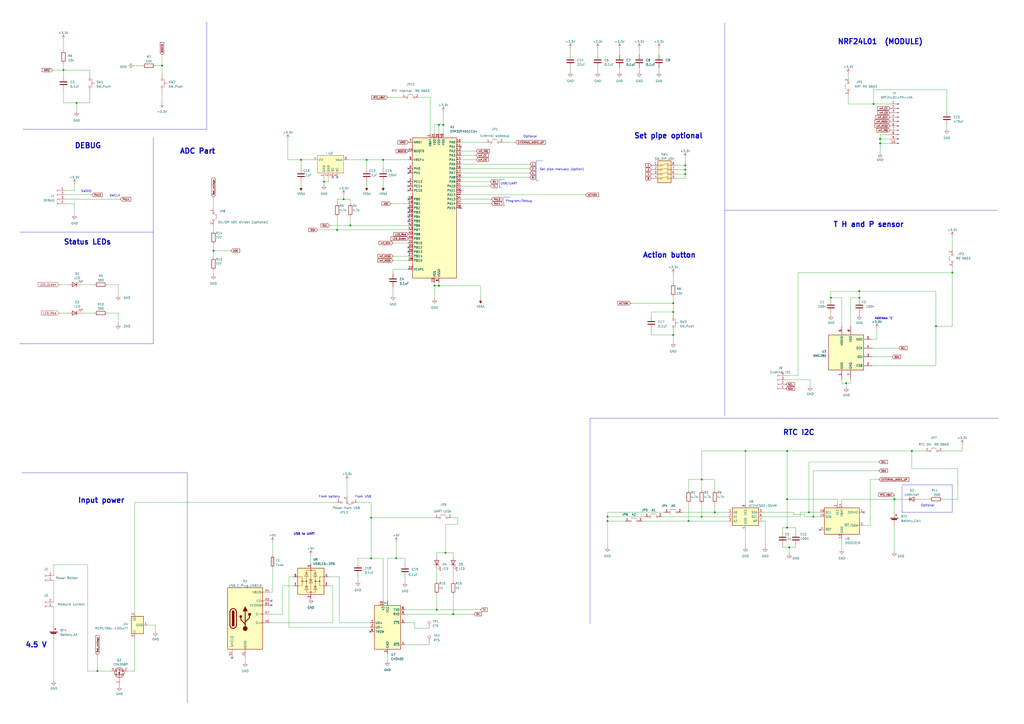
<source format=kicad_sch>
(kicad_sch (version 20230121) (generator eeschema)
  (paper "A2")
  (junction (at 203.2 130.81))
  (junction (at 187.96 105.41))
  (junction (at 195.58 133.35))
  (junction (at 199.39 115.57))
  (junction (at 397.51 100.965))
  (junction (at 414.655 297.18))
  (junction (at 254.635 72.39))
  (junction (at 397.51 95.885))
  (junction (at 456.565 306.07))
  (junction (at 469.265 297.18))
  (junction (at 518.795 289.56))
  (junction (at 174.625 92.71))
  (junction (at 212.725 92.71))
  (junction (at 390.525 180.975))
  (junction (at 93.98 38.1))
  (junction (at 528.955 261.62))
  (junction (at 222.25 92.71))
  (junction (at 456.565 261.62))
  (junction (at 252.095 165.735))
  (junction (at 229.87 323.85))
  (junction (at 123.825 145.415))
  (junction (at 399.415 302.26))
  (junction (at 490.855 222.25))
  (junction (at 457.835 317.5))
  (junction (at 262.89 356.235))
  (junction (at 481.965 172.72))
  (junction (at 352.425 299.72))
  (junction (at 36.83 40.64))
  (junction (at 510.54 80.645))
  (junction (at 456.565 289.56))
  (junction (at 432.435 261.62))
  (junction (at 215.265 323.85))
  (junction (at 510.54 83.185))
  (junction (at 471.805 299.72))
  (junction (at 542.925 189.23))
  (junction (at 397.51 98.425))
  (junction (at 407.035 278.13))
  (junction (at 44.45 59.69))
  (junction (at 257.175 72.39))
  (junction (at 352.425 302.26))
  (junction (at 552.45 158.115))
  (junction (at 407.035 299.72))
  (junction (at 56.515 389.255))
  (junction (at 498.475 168.91))
  (junction (at 498.475 172.72))
  (junction (at 258.445 320.675))
  (junction (at 390.525 194.31))
  (junction (at 390.525 175.895))
  (junction (at 254.635 165.735))
  (junction (at 253.365 353.695))
  (junction (at 215.265 300.355))
  (junction (at 506.73 60.325))
  (no_connect (at 236.855 128.27))
  (no_connect (at 267.335 110.49))
  (no_connect (at 267.335 120.65))
  (no_connect (at 195.58 102.87))
  (no_connect (at 134.62 381.635))
  (no_connect (at 236.855 125.73))
  (no_connect (at 236.855 97.79))
  (no_connect (at 501.015 297.18))
  (no_connect (at 214.63 366.395))
  (no_connect (at 236.855 120.65))
  (no_connect (at 236.855 123.19))
  (no_connect (at 267.335 85.09))
  (no_connect (at 236.855 100.33))
  (no_connect (at 236.855 107.95))
  (no_connect (at 157.48 348.615))
  (no_connect (at 236.855 146.05))
  (no_connect (at 475.615 307.34))
  (no_connect (at 236.855 143.51))
  (no_connect (at 236.855 105.41))
  (no_connect (at 236.855 115.57))
  (no_connect (at 236.855 110.49))
  (no_connect (at 193.04 102.87))
  (no_connect (at 157.48 351.155))
  (wire (pts (xy 464.185 297.18) (xy 469.265 297.18)))
  (wire (pts (xy 195.58 118.11) (xy 195.58 115.57)))
  (wire (pts (xy 461.645 306.07) (xy 461.645 308.61)))
  (polyline (pts (xy 420.37 121.92) (xy 578.485 121.92)))
  (wire (pts (xy 370.84 27.94) (xy 370.84 31.75)))
  (wire (pts (xy 123.825 114.3) (xy 123.825 120.65)))
  (wire (pts (xy 528.955 261.62) (xy 536.575 261.62)))
  (wire (pts (xy 555.625 289.56) (xy 555.625 271.78)))
  (wire (pts (xy 43.18 110.49) (xy 38.1 110.49)))
  (wire (pts (xy 158.115 329.565) (xy 158.115 343.535)))
  (polyline (pts (xy 292.735 104.14) (xy 289.56 104.14)))
  (wire (pts (xy 195.58 133.35) (xy 236.855 133.35)))
  (wire (pts (xy 252.095 165.735) (xy 254.635 165.735)))
  (wire (pts (xy 224.79 383.54) (xy 224.79 379.095)))
  (wire (pts (xy 471.805 299.72) (xy 475.615 299.72)))
  (wire (pts (xy 365.76 175.895) (xy 390.525 175.895)))
  (wire (pts (xy 454.025 306.07) (xy 456.565 306.07)))
  (wire (pts (xy 93.98 53.34) (xy 93.98 59.69)))
  (wire (pts (xy 285.115 118.11) (xy 267.335 118.11)))
  (wire (pts (xy 52.07 53.34) (xy 52.07 59.69)))
  (wire (pts (xy 52.07 59.69) (xy 44.45 59.69)))
  (wire (pts (xy 44.45 59.69) (xy 36.83 59.69)))
  (polyline (pts (xy 88.9 134.62) (xy 88.9 80.01)))
  (wire (pts (xy 390.525 158.75) (xy 390.525 164.465)))
  (wire (pts (xy 262.255 300.355) (xy 265.43 300.355)))
  (wire (pts (xy 276.225 87.63) (xy 267.335 87.63)))
  (wire (pts (xy 54.61 181.61) (xy 46.99 181.61)))
  (wire (pts (xy 552.45 158.115) (xy 552.45 189.23)))
  (polyline (pts (xy 523.24 281.94) (xy 523.24 297.18)))
  (wire (pts (xy 414.655 297.18) (xy 422.275 297.18)))
  (wire (pts (xy 504.825 278.13) (xy 509.905 278.13)))
  (wire (pts (xy 262.89 356.235) (xy 274.955 356.235)))
  (wire (pts (xy 93.98 38.1) (xy 93.98 43.18)))
  (wire (pts (xy 506.095 201.93) (xy 521.335 201.93)))
  (wire (pts (xy 240.665 364.49) (xy 248.92 364.49)))
  (wire (pts (xy 262.89 344.805) (xy 262.89 356.235)))
  (polyline (pts (xy 292.1 119.38) (xy 292.735 119.38)))
  (wire (pts (xy 549.275 74.93) (xy 549.275 72.39)))
  (wire (pts (xy 215.265 291.465) (xy 207.645 291.465)))
  (wire (pts (xy 227.965 151.13) (xy 236.855 151.13)))
  (wire (pts (xy 432.435 261.62) (xy 432.435 292.1)))
  (polyline (pts (xy 427.355 242.57) (xy 563.245 242.57)))
  (wire (pts (xy 195.58 115.57) (xy 199.39 115.57)))
  (wire (pts (xy 352.425 299.72) (xy 374.015 299.72)))
  (wire (pts (xy 552.45 154.94) (xy 552.45 158.115)))
  (wire (pts (xy 506.095 196.85) (xy 508.635 196.85)))
  (wire (pts (xy 36.83 59.69) (xy 36.83 52.07)))
  (polyline (pts (xy 11.43 199.39) (xy 88.9 199.39)))
  (wire (pts (xy 167.64 363.855) (xy 214.63 363.855)))
  (wire (pts (xy 123.825 145.415) (xy 123.825 141.605)))
  (wire (pts (xy 56.515 389.255) (xy 64.135 389.255)))
  (wire (pts (xy 163.83 356.235) (xy 163.83 339.725)))
  (wire (pts (xy 488.315 172.72) (xy 488.315 189.23)))
  (wire (pts (xy 307.34 100.33) (xy 267.335 100.33)))
  (polyline (pts (xy 292.1 114.3) (xy 292.1 119.38)))
  (wire (pts (xy 346.71 41.91) (xy 346.71 39.37)))
  (wire (pts (xy 510.54 80.645) (xy 510.54 83.185)))
  (wire (pts (xy 393.065 103.505) (xy 397.51 103.505)))
  (wire (pts (xy 498.475 168.91) (xy 498.475 172.72)))
  (wire (pts (xy 167.005 80.645) (xy 167.005 92.71)))
  (wire (pts (xy 397.51 95.885) (xy 397.51 91.44)))
  (wire (pts (xy 471.805 273.05) (xy 509.905 273.05)))
  (wire (pts (xy 442.595 299.72) (xy 464.185 299.72)))
  (wire (pts (xy 222.25 97.79) (xy 222.25 92.71)))
  (wire (pts (xy 68.58 181.61) (xy 68.58 187.96)))
  (wire (pts (xy 224.79 348.615) (xy 224.79 323.85)))
  (wire (pts (xy 253.365 322.58) (xy 253.365 320.675)))
  (wire (pts (xy 510.54 83.185) (xy 516.255 83.185)))
  (wire (pts (xy 390.525 180.975) (xy 390.525 182.245)))
  (wire (pts (xy 38.1 113.03) (xy 53.34 113.03)))
  (wire (pts (xy 397.51 98.425) (xy 397.51 100.965)))
  (wire (pts (xy 307.34 95.25) (xy 267.335 95.25)))
  (wire (pts (xy 227.965 156.21) (xy 227.965 158.75)))
  (wire (pts (xy 31.115 327.66) (xy 50.8 327.66)))
  (polyline (pts (xy 552.45 297.18) (xy 552.45 281.305)))
  (polyline (pts (xy 108.585 407.67) (xy 108.585 274.32)))
  (wire (pts (xy 518.795 289.56) (xy 518.795 297.18)))
  (wire (pts (xy 227.965 171.45) (xy 227.965 166.37)))
  (wire (pts (xy 407.035 278.13) (xy 407.035 284.48)))
  (wire (pts (xy 227.965 140.97) (xy 236.855 140.97)))
  (wire (pts (xy 330.835 41.91) (xy 330.835 39.37)))
  (wire (pts (xy 191.135 130.81) (xy 203.2 130.81)))
  (wire (pts (xy 542.925 168.91) (xy 542.925 189.23)))
  (polyline (pts (xy 12.7 274.32) (xy 108.585 274.32)))
  (wire (pts (xy 224.79 323.85) (xy 229.87 323.85)))
  (wire (pts (xy 254.635 72.39) (xy 257.175 72.39)))
  (wire (pts (xy 469.265 297.18) (xy 475.615 297.18)))
  (wire (pts (xy 262.89 320.675) (xy 262.89 322.58)))
  (wire (pts (xy 498.475 173.99) (xy 498.475 172.72)))
  (wire (pts (xy 292.1 82.55) (xy 299.085 82.55)))
  (wire (pts (xy 187.96 102.87) (xy 187.96 105.41)))
  (wire (pts (xy 252.095 163.83) (xy 252.095 165.735)))
  (wire (pts (xy 399.415 302.26) (xy 422.275 302.26)))
  (wire (pts (xy 50.8 389.255) (xy 56.515 389.255)))
  (wire (pts (xy 234.95 374.015) (xy 248.92 374.015)))
  (wire (pts (xy 36.83 40.64) (xy 36.83 44.45)))
  (wire (pts (xy 508.635 196.85) (xy 508.635 190.5)))
  (wire (pts (xy 488.315 222.25) (xy 490.855 222.25)))
  (wire (pts (xy 469.265 297.18) (xy 469.265 267.97)))
  (wire (pts (xy 454.025 317.5) (xy 454.025 316.23)))
  (polyline (pts (xy 13.335 74.93) (xy 120.015 74.93)))
  (wire (pts (xy 78.105 291.465) (xy 194.945 291.465)))
  (wire (pts (xy 215.265 291.465) (xy 215.265 300.355)))
  (wire (pts (xy 528.955 271.78) (xy 528.955 261.62)))
  (wire (pts (xy 397.51 100.965) (xy 393.065 100.965)))
  (wire (pts (xy 196.85 361.315) (xy 214.63 361.315)))
  (wire (pts (xy 460.375 297.18) (xy 460.375 298.45)))
  (wire (pts (xy 466.725 298.45) (xy 466.725 299.72)))
  (wire (pts (xy 240.665 361.315) (xy 240.665 364.49)))
  (wire (pts (xy 187.96 105.41) (xy 187.96 107.315)))
  (wire (pts (xy 227.965 148.59) (xy 236.855 148.59)))
  (wire (pts (xy 359.41 27.94) (xy 359.41 31.75)))
  (wire (pts (xy 407.035 278.13) (xy 414.655 278.13)))
  (wire (pts (xy 466.725 299.72) (xy 471.805 299.72)))
  (wire (pts (xy 549.275 52.07) (xy 506.73 52.07)))
  (wire (pts (xy 90.17 38.1) (xy 93.98 38.1)))
  (wire (pts (xy 471.805 299.72) (xy 471.805 273.05)))
  (wire (pts (xy 510.54 78.105) (xy 510.54 80.645)))
  (wire (pts (xy 78.105 291.465) (xy 78.105 354.965)))
  (wire (pts (xy 174.625 92.71) (xy 181.61 92.71)))
  (wire (pts (xy 252.095 77.47) (xy 252.095 72.39)))
  (polyline (pts (xy 311.15 93.345) (xy 311.15 104.775)))
  (wire (pts (xy 54.61 165.1) (xy 46.99 165.1)))
  (wire (pts (xy 492.125 60.325) (xy 492.125 55.245)))
  (wire (pts (xy 36.83 22.86) (xy 36.83 29.21)))
  (wire (pts (xy 31.115 327.66) (xy 31.115 334.01)))
  (wire (pts (xy 142.24 381.635) (xy 142.24 384.175)))
  (wire (pts (xy 234.95 327.025) (xy 234.95 323.85)))
  (wire (pts (xy 555.625 271.78) (xy 528.955 271.78)))
  (polyline (pts (xy 420.37 13.335) (xy 420.37 241.3)))
  (wire (pts (xy 276.225 92.71) (xy 267.335 92.71)))
  (wire (pts (xy 262.89 330.2) (xy 262.89 337.185)))
  (polyline (pts (xy 314.96 93.345) (xy 311.15 93.345)))
  (wire (pts (xy 493.395 222.25) (xy 493.395 219.71)))
  (wire (pts (xy 393.065 98.425) (xy 397.51 98.425)))
  (wire (pts (xy 38.1 115.57) (xy 69.85 115.57)))
  (wire (pts (xy 34.29 165.1) (xy 39.37 165.1)))
  (wire (pts (xy 234.95 356.235) (xy 262.89 356.235)))
  (wire (pts (xy 407.035 299.72) (xy 422.275 299.72)))
  (polyline (pts (xy 289.56 108.585) (xy 290.83 108.585)))
  (wire (pts (xy 384.175 299.72) (xy 407.035 299.72)))
  (wire (pts (xy 69.215 396.875) (xy 69.215 398.145)))
  (wire (pts (xy 546.735 261.62) (xy 558.165 261.62)))
  (wire (pts (xy 456.565 261.62) (xy 456.565 289.56)))
  (wire (pts (xy 74.295 389.255) (xy 78.105 389.255)))
  (wire (pts (xy 442.595 297.18) (xy 460.375 297.18)))
  (wire (pts (xy 190.5 102.87) (xy 190.5 105.41)))
  (wire (pts (xy 488.315 318.77) (xy 488.315 312.42)))
  (wire (pts (xy 481.965 172.72) (xy 488.315 172.72)))
  (wire (pts (xy 203.2 130.81) (xy 236.855 130.81)))
  (wire (pts (xy 226.695 118.11) (xy 236.855 118.11)))
  (wire (pts (xy 36.83 40.64) (xy 30.48 40.64)))
  (wire (pts (xy 158.115 321.945) (xy 158.115 314.325)))
  (wire (pts (xy 485.775 289.56) (xy 456.565 289.56)))
  (polyline (pts (xy 427.355 242.57) (xy 342.265 242.57)))
  (wire (pts (xy 36.83 36.83) (xy 36.83 40.64)))
  (wire (pts (xy 123.825 159.385) (xy 123.825 156.845)))
  (wire (pts (xy 38.1 118.11) (xy 43.18 118.11)))
  (wire (pts (xy 234.95 353.695) (xy 253.365 353.695)))
  (wire (pts (xy 352.425 302.26) (xy 352.425 317.5)))
  (wire (pts (xy 307.34 97.79) (xy 267.335 97.79)))
  (wire (pts (xy 382.27 27.94) (xy 382.27 31.75)))
  (wire (pts (xy 493.395 189.23) (xy 493.395 172.72)))
  (wire (pts (xy 393.065 95.885) (xy 397.51 95.885)))
  (wire (pts (xy 510.54 80.645) (xy 516.255 80.645)))
  (wire (pts (xy 43.18 106.68) (xy 43.18 110.49)))
  (wire (pts (xy 443.865 302.26) (xy 443.865 317.5)))
  (wire (pts (xy 174.625 107.95) (xy 174.625 105.41)))
  (wire (pts (xy 196.85 334.645) (xy 196.85 361.315)))
  (wire (pts (xy 370.84 41.91) (xy 370.84 39.37)))
  (wire (pts (xy 93.98 31.75) (xy 93.98 38.1)))
  (wire (pts (xy 157.48 361.315) (xy 193.04 361.315)))
  (wire (pts (xy 516.255 60.325) (xy 506.73 60.325)))
  (wire (pts (xy 307.34 102.87) (xy 267.335 102.87)))
  (wire (pts (xy 253.365 353.695) (xy 278.765 353.695)))
  (wire (pts (xy 77.47 38.1) (xy 82.55 38.1)))
  (wire (pts (xy 253.365 330.2) (xy 253.365 337.185)))
  (wire (pts (xy 285.115 115.57) (xy 267.335 115.57)))
  (wire (pts (xy 518.795 304.8) (xy 518.795 320.04)))
  (wire (pts (xy 456.565 306.07) (xy 461.645 306.07)))
  (wire (pts (xy 229.87 314.325) (xy 229.87 323.85)))
  (wire (pts (xy 265.43 300.355) (xy 265.43 304.165)))
  (wire (pts (xy 199.39 115.57) (xy 203.2 115.57)))
  (wire (pts (xy 52.07 40.64) (xy 52.07 43.18)))
  (wire (pts (xy 462.915 158.115) (xy 552.45 158.115)))
  (wire (pts (xy 44.45 59.69) (xy 44.45 64.77)))
  (wire (pts (xy 414.655 292.1) (xy 414.655 297.18)))
  (wire (pts (xy 234.95 334.645) (xy 234.95 337.82)))
  (wire (pts (xy 493.395 172.72) (xy 498.475 172.72)))
  (polyline (pts (xy 311.15 104.775) (xy 312.42 104.775)))
  (wire (pts (xy 68.58 165.1) (xy 68.58 171.45)))
  (wire (pts (xy 229.87 323.85) (xy 234.95 323.85)))
  (wire (pts (xy 253.365 344.805) (xy 253.365 353.695)))
  (wire (pts (xy 346.71 27.94) (xy 346.71 31.75)))
  (wire (pts (xy 267.335 82.55) (xy 281.94 82.55)))
  (wire (pts (xy 390.525 175.895) (xy 390.525 180.975)))
  (wire (pts (xy 276.225 90.17) (xy 267.335 90.17)))
  (wire (pts (xy 62.23 165.1) (xy 68.58 165.1)))
  (wire (pts (xy 485.775 289.56) (xy 485.775 292.1)))
  (wire (pts (xy 390.525 194.31) (xy 390.525 198.755)))
  (wire (pts (xy 207.645 334.01) (xy 207.645 337.185)))
  (wire (pts (xy 549.275 52.07) (xy 549.275 64.77)))
  (wire (pts (xy 506.73 60.325) (xy 492.125 60.325)))
  (wire (pts (xy 284.48 107.95) (xy 267.335 107.95)))
  (wire (pts (xy 252.095 165.735) (xy 252.095 173.355)))
  (wire (pts (xy 461.645 316.23) (xy 461.645 317.5)))
  (wire (pts (xy 163.83 339.725) (xy 170.18 339.725)))
  (wire (pts (xy 397.51 95.885) (xy 397.51 98.425)))
  (wire (pts (xy 352.425 297.18) (xy 352.425 299.72)))
  (polyline (pts (xy 11.43 134.62) (xy 88.9 134.62)))
  (wire (pts (xy 85.725 362.585) (xy 90.17 362.585)))
  (wire (pts (xy 377.825 194.31) (xy 390.525 194.31)))
  (wire (pts (xy 454.025 308.61) (xy 454.025 306.07)))
  (polyline (pts (xy 563.245 242.57) (xy 579.12 242.57)))
  (wire (pts (xy 542.925 189.23) (xy 552.45 189.23)))
  (wire (pts (xy 215.265 300.355) (xy 252.095 300.355)))
  (wire (pts (xy 224.79 56.515) (xy 233.045 56.515)))
  (wire (pts (xy 222.25 323.85) (xy 222.25 348.615)))
  (wire (pts (xy 90.17 362.585) (xy 90.17 366.395)))
  (wire (pts (xy 212.725 107.95) (xy 212.725 105.41)))
  (wire (pts (xy 215.265 300.355) (xy 215.265 323.85)))
  (wire (pts (xy 34.29 181.61) (xy 39.37 181.61)))
  (wire (pts (xy 254.635 77.47) (xy 254.635 72.39)))
  (wire (pts (xy 506.73 52.07) (xy 506.73 60.325)))
  (wire (pts (xy 504.825 304.8) (xy 504.825 278.13)))
  (wire (pts (xy 395.605 297.18) (xy 414.655 297.18)))
  (wire (pts (xy 377.825 191.135) (xy 377.825 194.31)))
  (wire (pts (xy 407.035 292.1) (xy 407.035 299.72)))
  (wire (pts (xy 518.795 287.02) (xy 518.795 289.56)))
  (wire (pts (xy 456.565 261.62) (xy 528.955 261.62)))
  (wire (pts (xy 542.925 189.23) (xy 542.925 212.09)))
  (wire (pts (xy 167.005 92.71) (xy 174.625 92.71)))
  (wire (pts (xy 212.725 92.71) (xy 222.25 92.71)))
  (wire (pts (xy 123.825 149.225) (xy 123.825 145.415)))
  (wire (pts (xy 414.655 278.13) (xy 414.655 284.48)))
  (wire (pts (xy 506.095 212.09) (xy 542.925 212.09)))
  (wire (pts (xy 492.125 42.545) (xy 492.125 45.085)))
  (wire (pts (xy 518.795 289.56) (xy 525.145 289.56)))
  (wire (pts (xy 464.185 299.72) (xy 464.185 297.18)))
  (wire (pts (xy 390.525 192.405) (xy 390.525 194.31)))
  (wire (pts (xy 254.635 163.83) (xy 254.635 165.735)))
  (wire (pts (xy 222.25 92.71) (xy 236.855 92.71)))
  (wire (pts (xy 201.295 278.765) (xy 201.295 287.655)))
  (wire (pts (xy 249.555 56.515) (xy 249.555 77.47)))
  (wire (pts (xy 212.725 97.79) (xy 212.725 92.71)))
  (wire (pts (xy 372.745 302.26) (xy 399.415 302.26)))
  (wire (pts (xy 193.04 361.315) (xy 193.04 339.725)))
  (wire (pts (xy 174.625 97.79) (xy 174.625 92.71)))
  (wire (pts (xy 190.5 334.645) (xy 196.85 334.645)))
  (wire (pts (xy 481.965 172.72) (xy 481.965 173.99)))
  (wire (pts (xy 532.765 289.56) (xy 539.115 289.56)))
  (wire (pts (xy 167.64 334.645) (xy 167.64 363.855)))
  (wire (pts (xy 377.825 180.975) (xy 390.525 180.975)))
  (wire (pts (xy 461.645 317.5) (xy 457.835 317.5)))
  (wire (pts (xy 278.765 165.735) (xy 278.765 173.355)))
  (wire (pts (xy 31.115 370.84) (xy 31.115 394.97)))
  (wire (pts (xy 385.445 297.18) (xy 352.425 297.18)))
  (wire (pts (xy 510.54 83.185) (xy 510.54 88.9)))
  (wire (pts (xy 31.115 336.55) (xy 31.115 349.25)))
  (polyline (pts (xy 120.015 12.7) (xy 120.015 74.93)))
  (wire (pts (xy 498.475 168.91) (xy 542.925 168.91)))
  (wire (pts (xy 352.425 299.72) (xy 352.425 302.26)))
  (wire (pts (xy 207.645 326.39) (xy 207.645 323.85)))
  (wire (pts (xy 457.835 317.5) (xy 454.025 317.5)))
  (wire (pts (xy 442.595 302.26) (xy 443.865 302.26)))
  (wire (pts (xy 50.8 327.66) (xy 50.8 389.255)))
  (wire (pts (xy 488.315 289.56) (xy 488.315 292.1)))
  (wire (pts (xy 62.23 181.61) (xy 68.58 181.61)))
  (wire (pts (xy 498.475 181.61) (xy 498.475 182.88)))
  (wire (pts (xy 455.93 217.805) (xy 462.915 217.805)))
  (wire (pts (xy 462.915 158.115) (xy 462.915 217.805)))
  (wire (pts (xy 488.315 289.56) (xy 518.795 289.56)))
  (wire (pts (xy 207.645 323.85) (xy 215.265 323.85)))
  (wire (pts (xy 407.035 261.62) (xy 432.435 261.62)))
  (polyline (pts (xy 289.56 104.14) (xy 289.56 108.585)))
  (wire (pts (xy 330.835 27.94) (xy 330.835 31.75)))
  (wire (pts (xy 284.48 105.41) (xy 267.335 105.41)))
  (wire (pts (xy 199.39 113.03) (xy 199.39 115.57)))
  (wire (pts (xy 339.725 113.03) (xy 267.335 113.03)))
  (wire (pts (xy 432.435 317.5) (xy 432.435 307.34)))
  (wire (pts (xy 195.58 125.73) (xy 195.58 133.35)))
  (wire (pts (xy 399.415 292.1) (xy 399.415 302.26)))
  (wire (pts (xy 201.93 92.71) (xy 212.725 92.71)))
  (wire (pts (xy 253.365 320.675) (xy 258.445 320.675)))
  (wire (pts (xy 469.9 220.345) (xy 469.9 224.155)))
  (polyline (pts (xy 88.9 134.62) (xy 88.9 199.39)))
  (wire (pts (xy 457.835 321.31) (xy 457.835 317.5)))
  (wire (pts (xy 399.415 284.48) (xy 399.415 278.13)))
  (wire (pts (xy 432.435 261.62) (xy 456.565 261.62)))
  (wire (pts (xy 36.83 40.64) (xy 52.07 40.64)))
  (wire (pts (xy 222.25 107.95) (xy 222.25 105.41)))
  (wire (pts (xy 193.04 339.725) (xy 190.5 339.725)))
  (polyline (pts (xy 523.24 297.18) (xy 552.45 297.18)))
  (wire (pts (xy 359.41 41.91) (xy 359.41 39.37)))
  (wire (pts (xy 43.18 118.11) (xy 43.18 124.46)))
  (wire (pts (xy 558.165 261.62) (xy 558.165 257.81)))
  (wire (pts (xy 506.095 207.01) (xy 517.525 207.01)))
  (wire (pts (xy 190.5 105.41) (xy 187.96 105.41)))
  (wire (pts (xy 481.965 168.91) (xy 481.965 172.72)))
  (wire (pts (xy 157.48 356.235) (xy 163.83 356.235)))
  (wire (pts (xy 481.965 168.91) (xy 498.475 168.91)))
  (wire (pts (xy 184.15 133.35) (xy 195.58 133.35)))
  (wire (pts (xy 215.265 323.85) (xy 222.25 323.85)))
  (wire (pts (xy 133.985 145.415) (xy 123.825 145.415)))
  (wire (pts (xy 31.115 351.79) (xy 31.115 363.22)))
  (wire (pts (xy 203.2 125.73) (xy 203.2 130.81)))
  (wire (pts (xy 252.095 72.39) (xy 254.635 72.39)))
  (wire (pts (xy 352.425 302.26) (xy 362.585 302.26)))
  (wire (pts (xy 377.825 183.515) (xy 377.825 180.975)))
  (wire (pts (xy 123.825 130.81) (xy 123.825 133.985)))
  (wire (pts (xy 258.445 304.165) (xy 258.445 320.675)))
  (wire (pts (xy 78.105 370.205) (xy 78.105 389.255)))
  (polyline (pts (xy 523.24 281.305) (xy 552.45 281.305)))
  (polyline (pts (xy 342.265 242.57) (xy 342.265 361.95)))
  (wire (pts (xy 469.265 267.97) (xy 509.905 267.97)))
  (wire (pts (xy 382.27 41.91) (xy 382.27 39.37)))
  (wire (pts (xy 552.45 137.16) (xy 552.45 144.78)))
  (wire (pts (xy 397.51 103.505) (xy 397.51 100.965)))
  (wire (pts (xy 455.93 220.345) (xy 469.9 220.345)))
  (wire (pts (xy 490.855 222.25) (xy 490.855 224.79)))
  (wire (pts (xy 248.92 372.745) (xy 248.92 374.015)))
  (wire (pts (xy 170.18 334.645) (xy 167.64 334.645)))
  (wire (pts (xy 258.445 320.675) (xy 262.89 320.675)))
  (wire (pts (xy 456.565 289.56) (xy 456.565 306.07)))
  (wire (pts (xy 481.965 181.61) (xy 481.965 182.88)))
  (wire (pts (xy 203.2 115.57) (xy 203.2 118.11)))
  (wire (pts (xy 490.855 222.25) (xy 493.395 222.25)))
  (wire (pts (xy 399.415 278.13) (xy 407.035 278.13)))
  (wire (pts (xy 390.525 172.085) (xy 390.525 175.895)))
  (wire (pts (xy 243.205 56.515) (xy 249.555 56.515)))
  (wire (pts (xy 254.635 165.735) (xy 278.765 165.735)))
  (wire (pts (xy 258.445 304.165) (xy 265.43 304.165)))
  (wire (pts (xy 257.175 72.39) (xy 257.175 77.47)))
  (wire (pts (xy 501.015 304.8) (xy 504.825 304.8)))
  (wire (pts (xy 236.855 156.21) (xy 227.965 156.21)))
  (wire (pts (xy 234.95 361.315) (xy 240.665 361.315)))
  (wire (pts (xy 488.315 219.71) (xy 488.315 222.25)))
  (polyline (pts (xy 292.1 114.3) (xy 295.91 114.3)))
  (wire (pts (xy 546.735 289.56) (xy 555.625 289.56)))
  (wire (pts (xy 257.175 64.77) (xy 257.175 72.39)))
  (wire (pts (xy 516.255 78.105) (xy 510.54 78.105)))
  (wire (pts (xy 180.34 321.945) (xy 180.34 327.025)))
  (wire (pts (xy 158.115 343.535) (xy 157.48 343.535)))
  (wire (pts (xy 56.515 389.255) (xy 56.515 379.73)))
  (wire (pts (xy 407.035 261.62) (xy 407.035 278.13)))
  (wire (pts (xy 466.725 298.45) (xy 460.375 298.45)))
  (text "ПЕРЕВІРИТИ ПОЛЯРНІСТЬ ПІНІВ БАТЕРЕЙКИ" (at -191.77 176.53 0) (effects (font (size 3 3) bold) (justify left bottom)))
  (text "Set pipe manualy (option)" (at 313.055 99.06 0) (effects (font (size 1.27 1.27)) (justify left bottom)))
  (text "SWDIO" (at 46.99 111.76 0) (effects (font (size 1.27 1.27)) (justify left bottom)))
  (text "NRF24L01  (MODULE)" (at 485.775 26.035 0) (effects (font (size 3 3) bold) (justify left bottom)))
  (text "4.5 V" (at 14.605 375.92 0) (effects (font (size 3 3) bold) (justify left bottom)))
  (text "T H and P sensor" (at 483.235 132.08 0) (effects (font (size 3 3) bold) (justify left bottom)))
  (text "ADC Part" (at 104.14 89.535 0) (effects (font (size 3 3) bold) (justify left bottom)))
  (text "Status LEDs" (at 36.83 142.24 0) (effects (font (size 3 3) bold) (justify left bottom)))
  (text "Address '1'" (at 507.365 185.42 0) (effects (font (size 1.27 1.27) bold) (justify left bottom)))
  (text "ADC Має бути нормально виключеним ключлм" (at -191.77 166.37 0) (effects (font (size 3 3) bold) (justify left bottom)))
  (text "Додати вимикач на всі модулі для економії (опціонально)" (at -192.405 157.48 0) (effects (font (size 3 3) bold) (justify left bottom)))
  (text "USB to UART" (at 170.18 310.515 0) (effects (font (size 1.27 1.27) (thickness 0.254) bold) (justify left bottom)))
  (text "https://arduino.ua/ru/prod3649-nrf24l01palna-wireless-transceiver-communication-module" (at 228.6 -3.81 0) (effects (font (size 1.778 1.778) bold) (justify left bottom)))
  (text "From USB" (at 205.74 288.925 0) (effects (font (size 1.27 1.27)) (justify left bottom)))
  (text "From battery" (at 184.785 288.925 0) (effects (font (size 1.27 1.27)) (justify left bottom)))
  (text "Провірити всі піни" (at -187.96 189.23 0) (effects (font (size 3 3) bold) (justify left bottom)))
  (text "USB/UART" (at 290.195 107.315 0) (effects (font (size 1.27 1.27)) (justify left bottom)))
  (text "Input power" (at 45.085 292.1 0) (effects (font (size 3 3) bold) (justify left bottom)))
  (text "RTC I2C" (at 454.025 252.73 0) (effects (font (size 3 3) bold) (justify left bottom)))
  (text "DEBUG" (at 43.18 86.36 0) (effects (font (size 3 3) bold) (justify left bottom)))
  (text "Program/Debug" (at 293.37 117.475 0) (effects (font (size 1.27 1.27)) (justify left bottom)))
  (text "Set pipe optional" (at 367.665 80.645 0) (effects (font (size 3 3) bold) (justify left bottom)))
  (text "SWCLK" (at 63.5 114.3 0) (effects (font (size 1.27 1.27)) (justify left bottom)))
  (text "Optional" (at 303.53 80.01 0) (effects (font (size 1.27 1.27)) (justify left bottom)))
  (text "Action button" (at 372.745 149.86 0) (effects (font (size 3 3) bold) (justify left bottom)))
  (text "Optional" (at 534.035 294.005 0) (effects (font (size 1.27 1.27)) (justify left bottom)))
  (global_label "NRST" (shape input) (at 236.855 82.55 180) (effects (font (size 1.016 1.016) (thickness 0.2032) bold)) (property "Intersheetrefs" "${INTERSHEET_REFS}" (effects hide)))
  (global_label "nrf_MISO" (shape input) (at 516.255 73.025 180) (effects (font (size 1.016 1.016) (thickness 0.2032) bold)) (property "Intersheetrefs" "${INTERSHEET_REFS}" (effects hide)))
  (global_label "4" (shape input) (at 377.825 100.965 180) (effects (font (size 1.016 1.016) (thickness 0.2032) bold)) (property "Intersheetrefs" "${INTERSHEET_REFS}" (effects hide)))
  (global_label "nrf_MOSI" (shape input) (at 227.965 151.13 180) (effects (font (size 1.016 1.016) (thickness 0.2032) bold)) (property "Intersheetrefs" "${INTERSHEET_REFS}" (effects hide)))
  (global_label "LED_Red" (shape input) (at 236.855 135.89 180) (effects (font (size 1.016 1.016) (thickness 0.2032) bold)) (property "Intersheetrefs" "${INTERSHEET_REFS}" (effects hide)))
  (global_label "RTC_VBAT" (shape input) (at 224.79 56.515 180) (effects (font (size 1 1) (thickness 0.2) bold)) (property "Intersheetrefs" "${INTERSHEET_REFS}" (effects hide)))
  (global_label "2" (shape input) (at 377.825 98.425 180) (effects (font (size 1.016 1.016) (thickness 0.2032) bold)) (property "Intersheetrefs" "${INTERSHEET_REFS}" (effects hide)))
  (global_label "nrf_MOSI" (shape input) (at 516.255 70.485 180) (effects (font (size 1.016 1.016) (thickness 0.2032) bold)) (property "Intersheetrefs" "${INTERSHEET_REFS}" (effects hide)))
  (global_label "8" (shape input) (at 307.34 102.87 0) (effects (font (size 1.016 1.016) (thickness 0.2032) bold)) (property "Intersheetrefs" "${INTERSHEET_REFS}" (effects hide)))
  (global_label "EXTERNAL_WOKE_UP" (shape input) (at 299.085 82.55 0) (effects (font (size 1.016 1.016) (thickness 0.2032) bold)) (property "Intersheetrefs" "${INTERSHEET_REFS}" (effects hide)))
  (global_label "PA13" (shape input) (at 285.115 115.57 0) (effects (font (size 1.016 1.016) (thickness 0.2032) bold)) (property "Intersheetrefs" "${INTERSHEET_REFS}" (effects hide)))
  (global_label "ACTION" (shape input) (at 365.76 175.895 180) (effects (font (size 1.016 1.016) (thickness 0.2032) bold)) (property "Intersheetrefs" "${INTERSHEET_REFS}" (effects hide)))
  (global_label "BOOT0" (shape input) (at 93.98 31.75 90) (effects (font (size 1.016 1.016) (thickness 0.2032) bold)) (property "Intersheetrefs" "${INTERSHEET_REFS}" (effects hide)))
  (global_label "PA13" (shape input) (at 53.34 113.03 0) (effects (font (size 1.016 1.016) (thickness 0.2032) bold)) (property "Intersheetrefs" "${INTERSHEET_REFS}" (effects hide)))
  (global_label "LED_Green" (shape input) (at 236.855 138.43 180) (effects (font (size 1.016 1.016) (thickness 0.2032) bold)) (property "Intersheetrefs" "${INTERSHEET_REFS}" (effects hide)))
  (global_label "nrf_MISO" (shape input) (at 227.965 148.59 180) (effects (font (size 1.016 1.016) (thickness 0.2032) bold)) (property "Intersheetrefs" "${INTERSHEET_REFS}" (effects hide)))
  (global_label "PA14" (shape input) (at 69.85 115.57 0) (effects (font (size 1.016 1.016) (thickness 0.2032) bold)) (property "Intersheetrefs" "${INTERSHEET_REFS}" (effects hide)))
  (global_label "SDA" (shape input) (at 455.93 225.425 0) (effects (font (size 1 1) (thickness 0.2) bold)) (property "Intersheetrefs" "${INTERSHEET_REFS}" (effects hide)))
  (global_label "RX" (shape input) (at 284.48 105.41 0) (effects (font (size 1.016 1.016) (thickness 0.2032) bold)) (property "Intersheetrefs" "${INTERSHEET_REFS}" (effects hide)))
  (global_label "BOOT0" (shape input) (at 236.855 87.63 180) (effects (font (size 1.016 1.016) (thickness 0.2032) bold)) (property "Intersheetrefs" "${INTERSHEET_REFS}" (effects hide)))
  (global_label "PA14" (shape input) (at 285.115 118.11 0) (effects (font (size 1.016 1.016) (thickness 0.2032) bold)) (property "Intersheetrefs" "${INTERSHEET_REFS}" (effects hide)))
  (global_label "EXTERNAL_WOKE_UP" (shape input) (at 509.905 278.13 0) (effects (font (size 1.016 1.016) (thickness 0.2032) bold)) (property "Intersheetrefs" "${INTERSHEET_REFS}" (effects hide)))
  (global_label "ADC" (shape input) (at 133.985 145.415 0) (effects (font (size 1.016 1.016) (thickness 0.2032) bold)) (property "Intersheetrefs" "${INTERSHEET_REFS}" (effects hide)))
  (global_label "SCL" (shape input) (at 455.93 222.885 0) (effects (font (size 1 1) (thickness 0.2) bold)) (property "Intersheetrefs" "${INTERSHEET_REFS}" (effects hide)))
  (global_label "Bat_voltage" (shape input) (at 123.825 114.3 90) (effects (font (size 1.016 1.016) (thickness 0.2032) bold)) (property "Intersheetrefs" "${INTERSHEET_REFS}" (effects hide)))
  (global_label "nrf_SCK" (shape input) (at 516.255 67.945 180) (effects (font (size 1.016 1.016) (thickness 0.2032) bold)) (property "Intersheetrefs" "${INTERSHEET_REFS}" (effects hide)))
  (global_label "SCL" (shape input) (at 521.335 201.93 0) (effects (font (size 1 1) (thickness 0.2) bold)) (property "Intersheetrefs" "${INTERSHEET_REFS}" (effects hide)))
  (global_label "nrf_CS" (shape input) (at 276.225 92.71 0) (effects (font (size 1.016 1.016) (thickness 0.2032) bold)) (property "Intersheetrefs" "${INTERSHEET_REFS}" (effects hide)))
  (global_label "TX" (shape input) (at 278.765 353.695 0) (effects (font (size 1.016 1.016) (thickness 0.2032) bold)) (property "Intersheetrefs" "${INTERSHEET_REFS}" (effects hide)))
  (global_label "RX" (shape input) (at 274.955 356.235 0) (effects (font (size 1.016 1.016) (thickness 0.2032) bold)) (property "Intersheetrefs" "${INTERSHEET_REFS}" (effects hide)))
  (global_label "NRST" (shape input) (at 30.48 40.64 180) (effects (font (size 1.016 1.016) (thickness 0.2032) bold)) (property "Intersheetrefs" "${INTERSHEET_REFS}" (effects hide)))
  (global_label "Bat_voltage" (shape input) (at 56.515 379.73 90) (effects (font (size 1.016 1.016) (thickness 0.2032) bold)) (property "Intersheetrefs" "${INTERSHEET_REFS}" (effects hide)))
  (global_label "SDA" (shape input) (at 517.525 207.01 0) (effects (font (size 1 1) (thickness 0.2) bold)) (property "Intersheetrefs" "${INTERSHEET_REFS}" (effects hide)))
  (global_label "1" (shape input) (at 377.825 95.885 180) (effects (font (size 1.016 1.016) (thickness 0.2032) bold)) (property "Intersheetrefs" "${INTERSHEET_REFS}" (effects hide)))
  (global_label "nrf_SCK" (shape input) (at 227.965 140.97 180) (effects (font (size 1.016 1.016) (thickness 0.2032) bold)) (property "Intersheetrefs" "${INTERSHEET_REFS}" (effects hide)))
  (global_label "RTC_VBAT" (shape input) (at 518.795 287.02 180) (effects (font (size 1 1) (thickness 0.2) bold)) (property "Intersheetrefs" "${INTERSHEET_REFS}" (effects hide)))
  (global_label "ADC" (shape input) (at 226.695 118.11 180) (effects (font (size 1.016 1.016) (thickness 0.2032) bold)) (property "Intersheetrefs" "${INTERSHEET_REFS}" (effects hide)))
  (global_label "nrf_IRQ" (shape input) (at 516.255 75.565 180) (effects (font (size 1.016 1.016) (thickness 0.2032) bold)) (property "Intersheetrefs" "${INTERSHEET_REFS}" (effects hide)))
  (global_label "SDA" (shape input) (at 509.905 273.05 0) (effects (font (size 1 1) (thickness 0.2) bold)) (property "Intersheetrefs" "${INTERSHEET_REFS}" (effects hide)))
  (global_label "nrf_CE" (shape input) (at 276.225 90.17 0) (effects (font (size 1.016 1.016) (thickness 0.2032) bold)) (property "Intersheetrefs" "${INTERSHEET_REFS}" (effects hide)))
  (global_label "LED_Green" (shape input) (at 34.29 165.1 180) (property "Intersheetrefs" "${INTERSHEET_REFS}" (effects hide)))
  (global_label "LED_Red" (shape input) (at 34.29 181.61 180) (property "Intersheetrefs" "${INTERSHEET_REFS}" (effects hide)))
  (global_label "8" (shape input) (at 377.825 103.505 180) (effects (font (size 1.016 1.016) (thickness 0.2032) bold)) (property "Intersheetrefs" "${INTERSHEET_REFS}" (effects hide)))
  (global_label "2" (shape input) (at 307.34 97.79 0) (effects (font (size 1.016 1.016) (thickness 0.2032) bold)) (property "Intersheetrefs" "${INTERSHEET_REFS}" (effects hide)))
  (global_label "nrf_IRQ" (shape input) (at 276.225 87.63 0) (effects (font (size 1.016 1.016) (thickness 0.2032) bold)) (property "Intersheetrefs" "${INTERSHEET_REFS}" (effects hide)))
  (global_label "ACTION" (shape input) (at 339.725 113.03 0) (effects (font (size 1.016 1.016) (thickness 0.2032) bold)) (property "Intersheetrefs" "${INTERSHEET_REFS}" (effects hide)))
  (global_label "nrf_CS" (shape input) (at 516.255 65.405 180) (effects (font (size 1.016 1.016) (thickness 0.2032) bold)) (property "Intersheetrefs" "${INTERSHEET_REFS}" (effects hide)))
  (global_label "TX" (shape input) (at 284.48 107.95 0) (effects (font (size 1.016 1.016) (thickness 0.2032) bold)) (property "Intersheetrefs" "${INTERSHEET_REFS}" (effects hide)))
  (global_label "SDA" (shape input) (at 184.15 133.35 180) (effects (font (size 1 1) (thickness 0.2) bold)) (property "Intersheetrefs" "${INTERSHEET_REFS}" (effects hide)))
  (global_label "SCL" (shape input) (at 509.905 267.97 0) (effects (font (size 1 1) (thickness 0.2) bold)) (property "Intersheetrefs" "${INTERSHEET_REFS}" (effects hide)))
  (global_label "SCL" (shape input) (at 191.135 130.81 180) (effects (font (size 1 1) (thickness 0.2) bold)) (property "Intersheetrefs" "${INTERSHEET_REFS}" (effects hide)))
  (global_label "4" (shape input) (at 307.34 100.33 0) (effects (font (size 1.016 1.016) (thickness 0.2032) bold)) (property "Intersheetrefs" "${INTERSHEET_REFS}" (effects hide)))
  (global_label "nrf_CE" (shape input) (at 516.255 62.865 180) (effects (font (size 1.016 1.016) (thickness 0.2032) bold)) (property "Intersheetrefs" "${INTERSHEET_REFS}" (effects hide)))
  (global_label "1" (shape input) (at 307.34 95.25 0) (effects (font (size 1.016 1.016) (thickness 0.2032) bold)) (property "Intersheetrefs" "${INTERSHEET_REFS}" (effects hide)))
  (symbol (lib_id "New_Library_1:U") (at 190.5 92.71 0) (unit 1)
    (property "Reference" "U2" (at 191.77 88.9 0))
    (property "Value" "~" (at 189.23 88.9 0))
    (property "Footprint" "Package_TO_SOT_SMD:SOT-23-6_Handsoldering" (effects hide))
  )
  (symbol (lib_id "Transistor_FET:DMG2301L") (at 69.215 391.795 90) (unit 1)
    (property "Reference" "Q3" (at 70.485 382.905 90) (effects (justify left)))
    (property "Value" "FDN358P" (at 74.295 385.445 90) (effects (justify left)))
    (property "Footprint" "Package_TO_SOT_SMD:SOT-23" (effects hide))
    (property "Datasheet" "https://www.diodes.com/assets/Datasheets/DMG2301L.pdf" (effects hide))
  )
  (symbol (lib_id "Switch:SW_DIP_x04") (at 385.445 100.965 0) (unit 1)
    (property "Reference" "SW4" (at 385.445 89.535 0))
    (property "Value" "SW_DIP_x04" (at 385.445 92.075 0))
    (property "Footprint" "Symbol_Library:DIP_nuttons_4x" (effects hide))
  )
  (symbol (lib_id "Jumper:Jumper_2_Open") (at 552.45 149.86 90) (unit 1)
    (property "Reference" "JP2" (at 557.53 147.32 90))
    (property "Value" "R0 0603" (at 558.8 149.86 90))
    (property "Footprint" "Resistor_SMD:R_0603_1608Metric_Pad0.98x0.95mm_HandSolder" (effects hide))
  )
  (symbol (lib_id "Device:C") (at 498.475 177.8 0) (unit 1)
    (property "Reference" "C2" (at 499.745 175.26 0) (effects (justify left)))
    (property "Value" "100n" (at 502.285 177.8 0) (effects (justify left)))
    (property "Footprint" "Capacitor_SMD:C_0603_1608Metric_Pad1.08x0.95mm_HandSolder" (effects hide))
  )
  (symbol (lib_id "power:VSSA") (at 212.725 107.95 180) (unit 1)
    (property "Reference" "#PWR053" (effects hide))
    (property "Value" "VSSA" (at 212.725 112.395 0))
  )
  (symbol (lib_id "power:+3.3V") (at 330.835 27.94 0) (unit 1)
    (property "Reference" "#PWR045" (effects hide))
    (property "Value" "+3.3V" (at 330.835 24.13 0))
  )
  (symbol (lib_id "Device:C") (at 481.965 177.8 0) (unit 1)
    (property "Reference" "C1" (at 475.615 175.26 0) (effects (justify left)))
    (property "Value" "100n" (at 474.345 177.8 0) (effects (justify left)))
    (property "Footprint" "Capacitor_SMD:C_0603_1608Metric_Pad1.08x0.95mm_HandSolder" (effects hide))
  )
  (symbol (lib_id "power:+3.3V") (at 492.125 42.545 0) (unit 1)
    (property "Reference" "#PWR043" (effects hide))
    (property "Value" "+3.3V" (at 492.125 38.735 0))
  )
  (symbol (lib_id "Connector:Conn_01x02_Socket") (at 26.035 336.55 180) (unit 1)
    (property "Reference" "J2" (at 26.67 330.2 0))
    (property "Value" "Power Button" (at 38.735 335.28 0))
    (property "Footprint" "Connector_PinSocket_2.54mm:PinSocket_1x02_P2.54mm_Vertical_SMD_Pin1Left" (effects hide))
  )
  (symbol (lib_id "Device:LED") (at 43.18 165.1 180) (unit 1)
    (property "Reference" "D1" (at 44.7675 158.75 0))
    (property "Value" "LED" (at 44.7675 161.29 0))
    (property "Footprint" "LED_SMD:LED_0402_1005Metric_Pad0.77x0.64mm_HandSolder" (effects hide))
  )
  (symbol (lib_name "GND_1") (lib_id "power:GND") (at 443.865 317.5 0) (unit 1)
    (property "Reference" "#PWR041" (effects hide))
    (property "Value" "GND" (at 443.865 322.58 0))
  )
  (symbol (lib_id "Device:C") (at 212.725 101.6 0) (unit 1)
    (property "Reference" "C13" (at 213.995 99.06 0) (effects (justify left)))
    (property "Value" "1uF" (at 215.265 101.6 0) (effects (justify left)))
    (property "Footprint" "Capacitor_SMD:C_0603_1608Metric_Pad1.08x0.95mm_HandSolder" (effects hide))
  )
  (symbol (lib_id "Device:R") (at 86.36 38.1 270) (unit 1)
    (property "Reference" "R7" (at 86.36 33.02 90))
    (property "Value" "10k" (at 86.36 35.56 90))
    (property "Footprint" "Resistor_SMD:R_0603_1608Metric_Pad0.98x0.95mm_HandSolder" (effects hide))
  )
  (symbol (lib_id "power:+3.3V") (at 167.005 80.645 0) (unit 1)
    (property "Reference" "#PWR032" (effects hide))
    (property "Value" "+3.3V" (at 167.005 76.835 0))
  )
  (symbol (lib_id "Jumper:Jumper_2_Open") (at 379.095 299.72 0) (unit 1)
    (property "Reference" "JP5" (at 374.015 295.91 0))
    (property "Value" "A1" (at 379.095 295.91 0))
    (property "Footprint" "Jumper:SolderJumper-2_P1.3mm_Open_TrianglePad1.0x1.5mm" (effects hide))
  )
  (symbol (lib_id "power:GND") (at 31.115 394.97 0) (unit 1)
    (property "Reference" "#PWR018" (effects hide))
    (property "Value" "GND" (at 31.242 399.3642 0))
  )
  (symbol (lib_id "Jumper:Jumper_2_Open") (at 367.665 302.26 0) (unit 1)
    (property "Reference" "JP6" (at 362.585 298.45 0))
    (property "Value" "A2" (at 367.665 298.45 0))
    (property "Footprint" "Jumper:SolderJumper-2_P1.3mm_Open_TrianglePad1.0x1.5mm" (effects hide))
  )
  (symbol (lib_id "power:+5V") (at 180.34 321.945 0) (unit 1)
    (property "Reference" "#PWR072" (effects hide))
    (property "Value" "+5V" (at 180.34 318.135 0))
  )
  (symbol (lib_id "Connector:Conn_01x04_Socket") (at 450.85 222.885 180) (unit 1)
    (property "Reference" "J6" (at 452.755 213.36 0))
    (property "Value" "External I2C" (at 452.755 215.9 0))
    (property "Footprint" "Connector_PinHeader_2.54mm:PinHeader_1x04_P2.54mm_Vertical_SMD_Pin1Left" (effects hide))
  )
  (symbol (lib_name "GND_1") (lib_id "power:GND") (at 346.71 41.91 0) (unit 1)
    (property "Reference" "#PWR034" (effects hide))
    (property "Value" "GND" (at 346.71 46.99 0))
  )
  (symbol (lib_id "Device:R") (at 262.89 340.995 0) (unit 1)
    (property "Reference" "R16" (at 264.16 338.455 0) (effects (justify left)))
    (property "Value" "1k" (at 264.16 340.995 0) (effects (justify left)))
    (property "Footprint" "Resistor_SMD:R_0603_1608Metric_Pad0.98x0.95mm_HandSolder" (effects hide))
  )
  (symbol (lib_id "power:+3.3V") (at 201.295 278.765 0) (unit 1)
    (property "Reference" "#PWR068" (effects hide))
    (property "Value" "+3.3V" (at 201.295 274.955 0))
  )
  (symbol (lib_name "GND_1") (lib_id "power:GND") (at 227.965 171.45 0) (unit 1)
    (property "Reference" "#PWR023" (effects hide))
    (property "Value" "GND" (at 227.965 176.53 0))
  )
  (symbol (lib_id "Jumper:Jumper_2_Open") (at 492.125 50.165 90) (unit 1)
    (property "Reference" "JP3" (at 498.475 47.625 90))
    (property "Value" "NRF R0 0603" (at 502.285 50.165 90))
    (property "Footprint" "Resistor_SMD:R_0603_1608Metric_Pad0.98x0.95mm_HandSolder" (effects hide))
  )
  (symbol (lib_name "GND_1") (lib_id "power:GND") (at 382.27 41.91 0) (unit 1)
    (property "Reference" "#PWR037" (effects hide))
    (property "Value" "GND" (at 382.27 46.99 0))
  )
  (symbol (lib_id "Device:R") (at 123.825 153.035 0) (unit 1)
    (property "Reference" "R13" (at 125.095 150.495 0) (effects (justify left)))
    (property "Value" "???" (at 125.095 153.035 0) (effects (justify left)))
    (property "Footprint" "Resistor_SMD:R_0603_1608Metric_Pad0.98x0.95mm_HandSolder" (effects hide))
  )
  (symbol (lib_name "GND_1") (lib_id "power:GND") (at 142.24 384.175 0) (unit 1)
    (property "Reference" "#PWR070" (effects hide))
    (property "Value" "GND" (at 142.24 389.255 0))
  )
  (symbol (lib_id "Connector:Conn_01x02_Socket") (at 26.035 351.79 180) (unit 1)
    (property "Reference" "J3" (at 26.67 345.44 0))
    (property "Value" "Measure current" (at 41.275 350.52 0))
    (property "Footprint" "Connector_PinSocket_2.54mm:PinSocket_1x02_P2.54mm_Vertical_SMD_Pin1Left" (effects hide))
  )
  (symbol (lib_id "Device:R") (at 58.42 165.1 90) (unit 1)
    (property "Reference" "R3" (at 58.42 160.02 90))
    (property "Value" "300" (at 58.42 162.56 90))
    (property "Footprint" "Resistor_SMD:R_0603_1608Metric_Pad0.98x0.95mm_HandSolder" (effects hide))
  )
  (symbol (lib_id "Device:C") (at 359.41 35.56 0) (unit 1)
    (property "Reference" "C7" (at 363.22 34.925 0) (effects (justify left)))
    (property "Value" "0.1uF" (at 363.22 37.465 0) (effects (justify left)))
    (property "Footprint" "Capacitor_SMD:C_0603_1608Metric_Pad1.08x0.95mm_HandSolder" (effects hide))
  )
  (symbol (lib_name "GND_1") (lib_id "power:GND") (at 252.095 173.355 0) (unit 1)
    (property "Reference" "#PWR024" (effects hide))
    (property "Value" "GND" (at 252.095 178.435 0))
  )
  (symbol (lib_name "GND_1") (lib_id "power:GND") (at 77.47 38.1 270) (unit 1)
    (property "Reference" "#PWR016" (effects hide))
    (property "Value" "GND" (at 73.66 38.735 90) (effects (justify right)))
  )
  (symbol (lib_id "Jumper:Jumper_2_Open") (at 541.655 261.62 0) (unit 1)
    (property "Reference" "JP7" (at 541.655 254 0))
    (property "Value" "RTC ON  R0 0603" (at 541.655 257.81 0))
    (property "Footprint" "Resistor_SMD:R_0603_1608Metric_Pad0.98x0.95mm_HandSolder" (effects hide))
  )
  (symbol (lib_id "power:+3.3V") (at 346.71 27.94 0) (unit 1)
    (property "Reference" "#PWR028" (effects hide))
    (property "Value" "+3.3V" (at 346.71 24.13 0))
  )
  (symbol (lib_id "Connector:USB_C_Plug_USB2.0") (at 142.24 358.775 0) (unit 1)
    (property "Reference" "P2" (at 142.24 337.185 0))
    (property "Value" "USB_C_Plug_USB2.0" (at 142.24 339.725 0))
    (property "Footprint" "Connector_USB:USB_C_Receptacle_G-Switch_GT-USB-7010ASV" (effects hide))
    (property "Datasheet" "https://www.usb.org/sites/default/files/documents/usb_type-c.zip" (effects hide))
  )
  (symbol (lib_name "GND_1") (lib_id "power:GND") (at 187.96 107.315 0) (unit 1)
    (property "Reference" "#PWR033" (effects hide))
    (property "Value" "GND" (at 187.96 112.395 0))
  )
  (symbol (lib_id "Device:Battery_Cell") (at 518.795 302.26 0) (unit 1)
    (property "Reference" "BT2" (at 522.605 299.593 0) (effects (justify left)))
    (property "Value" "Battery_Cell" (at 522.605 302.133 0) (effects (justify left)))
    (property "Footprint" "Battery:BatteryHolder_MPD_BC2003_1x2032" (effects hide))
    (property "Datasheet" "https://prom.ua/ua/p2133438765-tip-derzhatelya-batarei.html?token=v2%3AObYZJ8DsFPsvCu4vGIx1U3Obecic-6eyUhGhAh89hr9KbRs-ozP46KI4Y_mxb1is7RAqUGt_JCA_4gdCcv4jRXmZsCsOYVy0l9tFw_9eItFw-bMqI7KfzlzJM6cIfqbp&campaign_id=1483280&product_id=2133438765&source=prom%3Asearch%3Atag%3Aserp&locale=uk&category_ids=500602&from_spa=true" (effects hide))
  )
  (symbol (lib_id "Memory_EEPROM:AT24CS02-SSHM") (at 432.435 299.72 0) (unit 1)
    (property "Reference" "U6" (at 434.3909 290.83 0) (effects (justify left)))
    (property "Value" "AT24CS02-SSHM" (at 434.3909 293.37 0) (effects (justify left)))
    (property "Footprint" "Package_SO:SOIC-8_3.9x4.9mm_P1.27mm" (effects hide))
    (property "Datasheet" "http://ww1.microchip.com/downloads/en/DeviceDoc/Atmel-8815-SEEPROM-AT24CS01-02-Datasheet.pdf" (effects hide))
  )
  (symbol (lib_id "power:+3.3V") (at 382.27 27.94 0) (unit 1)
    (property "Reference" "#PWR031" (effects hide))
    (property "Value" "+3.3V" (at 382.27 24.13 0))
  )
  (symbol (lib_id "Device:LED") (at 253.365 326.39 90) (unit 1)
    (property "Reference" "D4" (at 256.54 327.3425 90) (effects (justify right)))
    (property "Value" "LED" (at 256.54 329.8825 90) (effects (justify right)))
    (property "Footprint" "LED_SMD:LED_0402_1005Metric_Pad0.77x0.64mm_HandSolder" (effects hide))
  )
  (symbol (lib_id "power:GND") (at 469.9 224.155 0) (unit 1)
    (property "Reference" "#PWR056" (effects hide))
    (property "Value" "GND" (at 470.027 228.5492 0))
  )
  (symbol (lib_id "power:+3.3V") (at 36.83 22.86 0) (unit 1)
    (property "Reference" "#PWR013" (effects hide))
    (property "Value" "+3.3V" (at 36.83 19.05 0))
  )
  (symbol (lib_id "power:+3.3V") (at 370.84 27.94 0) (unit 1)
    (property "Reference" "#PWR030" (effects hide))
    (property "Value" "+3.3V" (at 370.84 24.13 0))
  )
  (symbol (lib_id "Switch:SW_Push") (at 52.07 48.26 270) (unit 1)
    (property "Reference" "SW1" (at 55.88 47.625 90) (effects (justify left)))
    (property "Value" "SW_Push" (at 55.88 50.165 90) (effects (justify left)))
    (property "Footprint" "Button_Switch_SMD:SW_Push_SPST_NO_Alps_SKRK" (effects hide))
  )
  (symbol (lib_name "GND_1") (lib_id "power:GND") (at 234.95 337.82 0) (unit 1)
    (property "Reference" "#PWR076" (effects hide))
    (property "Value" "GND" (at 234.95 342.9 0))
  )
  (symbol (lib_name "GND_1") (lib_id "power:GND") (at 488.315 318.77 0) (unit 1)
    (property "Reference" "#PWR049" (effects hide))
    (property "Value" "GND" (at 488.315 323.85 0))
  )
  (symbol (lib_id "Interface_USB:CH340E") (at 224.79 363.855 0) (unit 1)
    (property "Reference" "U7" (at 226.7459 379.73 0) (effects (justify left)))
    (property "Value" "CH340E" (at 226.7459 382.27 0) (effects (justify left)))
    (property "Footprint" "Package_SO:MSOP-10_3x3mm_P0.5mm" (effects hide))
    (property "Datasheet" "https://www.mpja.com/download/35227cpdata.pdf" (effects hide))
  )
  (symbol (lib_name "GND_1") (lib_id "power:GND") (at 330.835 41.91 0) (unit 1)
    (property "Reference" "#PWR046" (effects hide))
    (property "Value" "GND" (at 330.835 46.99 0))
  )
  (symbol (lib_id "Device:R") (at 203.2 121.92 0) (unit 1)
    (property "Reference" "R4" (at 204.47 119.38 0) (effects (justify left)))
    (property "Value" "4.7k" (at 204.47 121.92 0) (effects (justify left)))
    (property "Footprint" "Resistor_SMD:R_0603_1608Metric_Pad0.98x0.95mm_HandSolder" (effects hide))
  )
  (symbol (lib_id "Diode:1N914WT") (at 528.955 289.56 0) (unit 1)
    (property "Reference" "D2" (at 528.955 284.48 0))
    (property "Value" "1N914WT" (at 528.955 287.02 0))
    (property "Footprint" "Diode_SMD:D_MiniMELF" (effects hide))
    (property "Datasheet" "http://www.mouser.com/ds/2/149/1N4148WT-461550.pdf" (effects hide))
    (property "Sim.Device" "D" (effects hide))
    (property "Sim.Pins" "1=K 2=A" (effects hide))
  )
  (symbol (lib_id "Switch:SW_Push") (at 93.98 48.26 270) (unit 1)
    (property "Reference" "SW2" (at 97.79 47.625 90) (effects (justify left)))
    (property "Value" "SW_Push" (at 97.79 50.165 90) (effects (justify left)))
    (property "Footprint" "Button_Switch_SMD:SW_Push_SPST_NO_Alps_SKRK" (effects hide))
  )
  (symbol (lib_id "power:VSSA") (at 278.765 173.355 180) (unit 1)
    (property "Reference" "#PWR052" (effects hide))
    (property "Value" "VSSA" (at 278.765 177.8 0))
  )
  (symbol (lib_id "power:GND") (at 69.215 398.145 0) (unit 1)
    (property "Reference" "#PWR042" (effects hide))
    (property "Value" "GND" (at 69.342 402.5392 0))
  )
  (symbol (lib_id "Device:C") (at 222.25 101.6 0) (unit 1)
    (property "Reference" "C16" (at 223.52 99.06 0) (effects (justify left)))
    (property "Value" "10nF" (at 225.425 101.6 0) (effects (justify left)))
    (property "Footprint" "Capacitor_SMD:C_0603_1608Metric_Pad1.08x0.95mm_HandSolder" (effects hide))
  )
  (symbol (lib_id "Device:LED") (at 43.18 181.61 180) (unit 1)
    (property "Reference" "D3" (at 44.7675 175.26 0))
    (property "Value" "LED" (at 44.7675 177.8 0))
    (property "Footprint" "LED_SMD:LED_0402_1005Metric_Pad0.77x0.64mm_HandSolder" (effects hide))
  )
  (symbol (lib_id "Connector:TestPoint") (at 248.92 372.745 0) (unit 1)
    (property "Reference" "TP2" (at 251.46 368.808 0) (effects (justify left)))
    (property "Value" "RTS" (at 251.46 371.348 0) (effects (justify left)))
    (property "Footprint" "TestPoint:TestPoint_Pad_2.0x2.0mm" (effects hide))
  )
  (symbol (lib_id "Device:C") (at 330.835 35.56 0) (unit 1)
    (property "Reference" "C14" (at 334.645 34.925 0) (effects (justify left)))
    (property "Value" "22uF" (at 334.645 37.465 0) (effects (justify left)))
    (property "Footprint" "Resistor_SMD:R_0805_2012Metric_Pad1.20x1.40mm_HandSolder" (effects hide))
  )
  (symbol (lib_id "power:+3.3V") (at 390.525 158.75 0) (unit 1)
    (property "Reference" "#PWR04" (effects hide))
    (property "Value" "+3.3V" (at 390.525 154.94 0))
  )
  (symbol (lib_name "GND_1") (lib_id "power:GND") (at 68.58 171.45 0) (unit 1)
    (property "Reference" "#PWR09" (effects hide))
    (property "Value" "GND" (at 73.66 172.72 0))
  )
  (symbol (lib_name "GND_1") (lib_id "power:GND") (at 207.645 337.185 0) (unit 1)
    (property "Reference" "#PWR067" (effects hide))
    (property "Value" "GND" (at 207.645 342.265 0))
  )
  (symbol (lib_id "Device:C") (at 234.95 330.835 0) (unit 1)
    (property "Reference" "C19" (at 238.76 330.2 0) (effects (justify left)))
    (property "Value" "0.1uF" (at 236.855 333.375 0) (effects (justify left)))
    (property "Footprint" "Capacitor_SMD:C_0603_1608Metric_Pad1.08x0.95mm_HandSolder" (effects hide))
  )
  (symbol (lib_id "Device:C") (at 382.27 35.56 0) (unit 1)
    (property "Reference" "C9" (at 386.08 34.925 0) (effects (justify left)))
    (property "Value" "0.1uF" (effects hide))
    (property "Footprint" "Capacitor_SMD:C_0603_1608Metric_Pad1.08x0.95mm_HandSolder" (effects hide))
  )
  (symbol (lib_name "GND_2") (lib_id "power:GND") (at 457.835 321.31 0) (unit 1)
    (property "Reference" "#PWR026" (effects hide))
    (property "Value" "GND" (at 461.645 323.85 0))
  )
  (symbol (lib_id "Device:C") (at 549.275 68.58 0) (unit 1)
    (property "Reference" "C15" (at 553.085 67.945 0) (effects (justify left)))
    (property "Value" "470uF" (at 553.085 70.485 0) (effects (justify left)))
    (property "Footprint" "Capacitor_Tantalum_SMD:CP_EIA-7343-31_Kemet-D" (effects hide))
  )
  (symbol (lib_id "Device:C") (at 461.645 312.42 0) (unit 1)
    (property "Reference" "C12" (at 464.185 309.88 0) (effects (justify left)))
    (property "Value" "100n" (at 464.185 312.42 0) (effects (justify left)))
    (property "Footprint" "Capacitor_SMD:C_0603_1608Metric_Pad1.08x0.95mm_HandSolder" (effects hide))
  )
  (symbol (lib_id "Sensor:BME280") (at 490.855 204.47 0) (unit 1)
    (property "Reference" "U3" (at 479.425 203.835 0) (effects (justify right)))
    (property "Value" "BME280" (at 479.425 206.375 0) (effects (justify right)))
    (property "Footprint" "Package_LGA:Bosch_LGA-8_2.5x2.5mm_P0.65mm_ClockwisePinNumbering" (effects hide))
    (property "Datasheet" "https://www.bosch-sensortec.com/media/boschsensortec/downloads/datasheets/bst-bme280-ds002.pdf" (effects hide))
  )
  (symbol (lib_id "power:+3.3V") (at 558.165 257.81 0) (unit 1)
    (property "Reference" "#PWR027" (effects hide))
    (property "Value" "+3.3V" (at 558.165 254 0))
  )
  (symbol (lib_name "GND_1") (lib_id "power:GND") (at 549.275 74.93 0) (unit 1)
    (property "Reference" "#PWR048" (effects hide))
    (property "Value" "GND" (at 549.275 80.01 0))
  )
  (symbol (lib_id "Power_Protection:USBLC6-2P6") (at 180.34 337.185 0) (unit 1)
    (property "Reference" "U8" (at 182.88 324.485 0))
    (property "Value" "USBLC6-2P6" (at 187.96 327.025 0))
    (property "Footprint" "Package_TO_SOT_SMD:SOT-666" (effects hide))
    (property "Datasheet" "https://www.st.com/resource/en/datasheet/usblc6-2.pdf" (effects hide))
  )
  (symbol (lib_id "Timer_RTC:DS3231M") (at 488.315 302.26 0) (unit 1)
    (property "Reference" "U5" (at 490.2709 312.42 0) (effects (justify left)))
    (property "Value" "DS3231M" (at 490.2709 314.96 0) (effects (justify left)))
    (property "Footprint" "Package_SO:SOIC-16W_7.5x10.3mm_P1.27mm" (effects hide))
    (property "Datasheet" "http://datasheets.maximintegrated.com/en/ds/DS3231.pdf" (effects hide))
  )
  (symbol (lib_id "Device:C") (at 454.025 312.42 0) (unit 1)
    (property "Reference" "C5" (at 455.295 309.88 0) (effects (justify left)))
    (property "Value" "1u" (at 456.565 312.42 0) (effects (justify left)))
    (property "Footprint" "Capacitor_SMD:C_0603_1608Metric_Pad1.08x0.95mm_HandSolder" (effects hide))
  )
  (symbol (lib_id "power:+3.3V") (at 359.41 27.94 0) (unit 1)
    (property "Reference" "#PWR029" (effects hide))
    (property "Value" "+3.3V" (at 359.41 24.13 0))
  )
  (symbol (lib_id "Device:C") (at 174.625 101.6 0) (unit 1)
    (property "Reference" "C10" (at 175.895 99.06 0) (effects (justify left)))
    (property "Value" "1uF" (at 177.165 101.6 0) (effects (justify left)))
    (property "Footprint" "Capacitor_SMD:C_0603_1608Metric_Pad1.08x0.95mm_HandSolder" (effects hide))
  )
  (symbol (lib_id "Jumper:Jumper_2_Open") (at 287.02 82.55 0) (unit 1)
    (property "Reference" "JP1" (at 287.02 74.93 0))
    (property "Value" "External wokepup" (at 287.02 78.74 0))
    (property "Footprint" "Resistor_SMD:R_0603_1608Metric_Pad0.98x0.95mm_HandSolder" (effects hide))
  )
  (symbol (lib_name "GND_1") (lib_id "power:GND") (at 68.58 187.96 0) (unit 1)
    (property "Reference" "#PWR040" (effects hide))
    (property "Value" "GND" (at 73.66 189.23 0))
  )
  (symbol (lib_id "Jumper:Jumper_2_Open") (at 257.175 300.355 0) (unit 1)
    (property "Reference" "JP9" (at 257.175 292.735 0))
    (property "Value" "UART LEDs " (at 257.175 296.545 0))
    (property "Footprint" "Resistor_SMD:R_0603_1608Metric_Pad0.98x0.95mm_HandSolder" (effects hide))
  )
  (symbol (lib_id "Device:R") (at 414.655 288.29 0) (unit 1)
    (property "Reference" "R9" (at 415.925 285.75 0) (effects (justify left)))
    (property "Value" "4.7k" (at 415.925 288.29 0) (effects (justify left)))
    (property "Footprint" "Resistor_SMD:R_0603_1608Metric_Pad0.98x0.95mm_HandSolder" (effects hide))
  )
  (symbol (lib_id "power:GND") (at 481.965 182.88 0) (unit 1)
    (property "Reference" "#PWR02" (effects hide))
    (property "Value" "GND" (at 482.092 187.2742 0))
  )
  (symbol (lib_id "Regulator_Linear:MCP1700x-120xxTT") (at 78.105 362.585 90) (unit 1)
    (property "Reference" "U4" (at 74.295 361.95 90) (effects (justify left)))
    (property "Value" "MCP1700x-120xxTT" (at 74.295 364.49 90) (effects (justify left)))
    (property "Footprint" "Package_TO_SOT_SMD:SOT-23" (effects hide))
    (property "Datasheet" "http://ww1.microchip.com/downloads/en/DeviceDoc/20001826D.pdf" (effects hide))
  )
  (symbol (lib_id "Device:C") (at 346.71 35.56 0) (unit 1)
    (property "Reference" "C6" (at 350.52 34.925 0) (effects (justify left)))
    (property "Value" "0.1uF" (at 350.52 37.465 0) (effects (justify left)))
    (property "Footprint" "Capacitor_SMD:C_0603_1608Metric_Pad1.08x0.95mm_HandSolder" (effects hide))
  )
  (symbol (lib_name "GND_1") (lib_id "power:GND") (at 510.54 88.9 0) (unit 1)
    (property "Reference" "#PWR044" (effects hide))
    (property "Value" "GND" (at 510.54 92.71 0))
  )
  (symbol (lib_id "Connector:TestPoint") (at 248.92 364.49 0) (unit 1)
    (property "Reference" "TP1" (at 250.825 360.553 0) (effects (justify left)))
    (property "Value" "CTS" (at 250.825 363.093 0) (effects (justify left)))
    (property "Footprint" "TestPoint:TestPoint_Pad_2.0x2.0mm" (effects hide))
  )
  (symbol (lib_id "power:+3.3V") (at 93.98 59.69 180) (unit 1)
    (property "Reference" "#PWR015" (effects hide))
    (property "Value" "+3.3V" (at 93.98 64.77 0))
  )
  (symbol (lib_id "power:+3.3V") (at 199.39 113.03 0) (unit 1)
    (property "Reference" "#PWR010" (effects hide))
    (property "Value" "+3.3V" (at 199.39 109.22 0))
  )
  (symbol (lib_id "Device:C") (at 207.645 330.2 0) (unit 1)
    (property "Reference" "C18" (at 211.455 329.565 0) (effects (justify left)))
    (property "Value" "0.1uF" (at 211.455 332.105 0) (effects (justify left)))
    (property "Footprint" "Capacitor_SMD:C_0603_1608Metric_Pad1.08x0.95mm_HandSolder" (effects hide))
  )
  (symbol (lib_id "power:+3.3V") (at 43.18 106.68 0) (unit 1)
    (property "Reference" "#PWR020" (effects hide))
    (property "Value" "+3.3V" (at 43.18 102.87 0))
  )
  (symbol (lib_id "power:+3.3V") (at 508.635 190.5 0) (unit 1)
    (property "Reference" "#PWR06" (effects hide))
    (property "Value" "+3.3V" (at 508.635 186.69 0))
  )
  (symbol (lib_id "power:+5V") (at 158.115 314.325 0) (unit 1)
    (property "Reference" "#PWR071" (effects hide))
    (property "Value" "+5V" (at 158.115 310.515 0))
  )
  (symbol (lib_id "MCU_ST_STM32F4:STM32F401CCUx") (at 252.095 120.65 0) (unit 1)
    (property "Reference" "U1" (at 260.985 73.66 0) (effects (justify left)))
    (property "Value" "STM32F401CCUx" (at 260.985 76.2 0) (effects (justify left)))
    (property "Footprint" "Package_DFN_QFN:QFN-48-1EP_7x7mm_P0.5mm_EP5.6x5.6mm" (effects hide))
    (property "Datasheet" "https://www.st.com/resource/en/datasheet/stm32f401cc.pdf" (effects hide))
  )
  (symbol (lib_id "power:+3.3V") (at 552.45 137.16 0) (unit 1)
    (property "Reference" "#PWR01" (effects hide))
    (property "Value" "+3.3V" (at 552.45 133.35 0))
  )
  (symbol (lib_id "Jumper:Jumper_2_Open") (at 390.525 297.18 0) (unit 1)
    (property "Reference" "JP4" (at 385.445 293.37 0))
    (property "Value" "A0" (at 390.525 293.37 0))
    (property "Footprint" "Jumper:SolderJumper-2_P1.3mm_Open_TrianglePad1.0x1.5mm" (effects hide))
  )
  (symbol (lib_id "Device:LED") (at 262.89 326.39 90) (unit 1)
    (property "Reference" "D5" (at 266.065 327.3425 90) (effects (justify right)))
    (property "Value" "LED" (at 266.065 329.8825 90) (effects (justify right)))
    (property "Footprint" "LED_SMD:LED_0402_1005Metric_Pad0.77x0.64mm_HandSolder" (effects hide))
  )
  (symbol (lib_id "power:GND") (at 90.17 366.395 0) (unit 1)
    (property "Reference" "#PWR057" (effects hide))
    (property "Value" "GND" (at 90.297 370.7892 0))
  )
  (symbol (lib_id "Device:R") (at 542.925 289.56 90) (unit 1)
    (property "Reference" "R11" (at 544.195 284.48 90) (effects (justify left)))
    (property "Value" "200" (at 545.465 287.02 90) (effects (justify left)))
    (property "Footprint" "Resistor_SMD:R_0603_1608Metric_Pad0.98x0.95mm_HandSolder" (effects hide))
  )
  (symbol (lib_id "Device:R") (at 195.58 121.92 0) (unit 1)
    (property "Reference" "R5" (at 196.85 119.38 0) (effects (justify left)))
    (property "Value" "4.7k" (at 196.85 121.92 0) (effects (justify left)))
    (property "Footprint" "Resistor_SMD:R_0603_1608Metric_Pad0.98x0.95mm_HandSolder" (effects hide))
  )
  (symbol (lib_name "GND_1") (lib_id "power:GND") (at 432.435 317.5 0) (unit 1)
    (property "Reference" "#PWR022" (effects hide))
    (property "Value" "GND" (at 432.435 322.58 0))
  )
  (symbol (lib_id "Connector:Conn_01x04_Socket") (at 33.02 113.03 0) (mirror y) (unit 1)
    (property "Reference" "J1" (at 31.75 113.665 0) (effects (justify left)))
    (property "Value" "DEBUG" (at 31.75 116.205 0) (effects (justify left)))
    (property "Footprint" "Connector_PinHeader_2.54mm:PinHeader_1x04_P2.54mm_Vertical_SMD_Pin1Right" (effects hide))
  )
  (symbol (lib_id "power:+3.3V") (at 257.175 64.77 0) (unit 1)
    (property "Reference" "#PWR025" (effects hide))
    (property "Value" "+3.3V" (at 257.175 60.96 0))
  )
  (symbol (lib_id "Device:R") (at 253.365 340.995 0) (unit 1)
    (property "Reference" "R15" (at 254.635 338.455 0) (effects (justify left)))
    (property "Value" "1k" (at 254.635 340.995 0) (effects (justify left)))
    (property "Footprint" "Resistor_SMD:R_0603_1608Metric_Pad0.98x0.95mm_HandSolder" (effects hide))
  )
  (symbol (lib_id "Device:Battery_Cell") (at 31.115 368.3 0) (unit 1)
    (property "Reference" "BT4" (at 34.925 365.633 0) (effects (justify left)))
    (property "Value" "Battery_AA" (at 34.925 368.173 0) (effects (justify left)))
    (property "Footprint" "Symbol_Library:3X_AA_holder" (effects hide))
    (property "Datasheet" "https://prom.ua/ua/p2133438765-tip-derzhatelya-batarei.html?token=v2%3AObYZJ8DsFPsvCu4vGIx1U3Obecic-6eyUhGhAh89hr9KbRs-ozP46KI4Y_mxb1is7RAqUGt_JCA_4gdCcv4jRXmZsCsOYVy0l9tFw_9eItFw-bMqI7KfzlzJM6cIfqbp&campaign_id=1483280&product_id=2133438765&source=prom%3Asearch%3Atag%3Aserp&locale=uk&category_ids=500602&from_spa=true" (effects hide))
  )
  (symbol (lib_id "Device:R") (at 407.035 288.29 0) (unit 1)
    (property "Reference" "R2" (at 408.305 285.75 0) (effects (justify left)))
    (property "Value" "4.7k" (at 408.305 288.29 0) (effects (justify left)))
    (property "Footprint" "Resistor_SMD:R_0603_1608Metric_Pad0.98x0.95mm_HandSolder" (effects hide))
  )
  (symbol (lib_id "Switch:SW_Push") (at 390.525 187.325 270) (unit 1)
    (property "Reference" "SW3" (at 394.335 186.69 90) (effects (justify left)))
    (property "Value" "SW_Push" (at 394.335 189.23 90) (effects (justify left)))
    (property "Footprint" "Button_Switch_SMD:SW_Push_SPST_NO_Alps_SKRK" (effects hide))
  )
  (symbol (lib_id "Device:R") (at 36.83 33.02 180) (unit 1)
    (property "Reference" "R6" (at 39.37 32.385 0) (effects (justify right)))
    (property "Value" "10k" (at 39.37 34.925 0) (effects (justify right)))
    (property "Footprint" "Resistor_SMD:R_0603_1608Metric_Pad0.98x0.95mm_HandSolder" (effects hide))
  )
  (symbol (lib_id "Device:R") (at 390.525 168.275 0) (unit 1)
    (property "Reference" "R8" (at 392.43 167.64 0) (effects (justify left)))
    (property "Value" "10k" (at 392.43 170.18 0) (effects (justify left)))
    (property "Footprint" "Resistor_SMD:R_0603_1608Metric_Pad0.98x0.95mm_HandSolder" (effects hide))
  )
  (symbol (lib_id "Device:Fuse") (at 158.115 325.755 0) (unit 1)
    (property "Reference" "F1" (at 160.02 325.12 0) (effects (justify left)))
    (property "Value" "Fuse" (at 160.02 327.66 0) (effects (justify left)))
    (property "Footprint" "Fuse:Fuse_0603_1608Metric_Pad1.05x0.95mm_HandSolder" (effects hide))
  )
  (symbol (lib_id "power:VSSA") (at 222.25 107.95 180) (unit 1)
    (property "Reference" "#PWR054" (effects hide))
    (property "Value" "VSSA" (at 222.25 112.395 0))
  )
  (symbol (lib_id "Device:C") (at 36.83 48.26 0) (unit 1)
    (property "Reference" "C3" (at 40.64 47.625 0) (effects (justify left)))
    (property "Value" "0.1uF" (at 40.64 50.165 0) (effects (justify left)))
    (property "Footprint" "Capacitor_SMD:C_0603_1608Metric_Pad1.08x0.95mm_HandSolder" (effects hide))
  )
  (symbol (lib_id "Device:R") (at 123.825 137.795 0) (unit 1)
    (property "Reference" "R14" (at 125.095 135.255 0) (effects (justify left)))
    (property "Value" "???" (at 125.095 137.795 0) (effects (justify left)))
    (property "Footprint" "Resistor_SMD:R_0603_1608Metric_Pad0.98x0.95mm_HandSolder" (effects hide))
  )
  (symbol (lib_id "power:GND") (at 498.475 182.88 0) (unit 1)
    (property "Reference" "#PWR05" (effects hide))
    (property "Value" "GND" (at 498.602 187.2742 0))
  )
  (symbol (lib_name "GND_1") (lib_id "power:GND") (at 359.41 41.91 0) (unit 1)
    (property "Reference" "#PWR035" (effects hide))
    (property "Value" "GND" (at 359.41 46.99 0))
  )
  (symbol (lib_name "GND_1") (lib_id "power:GND") (at 390.525 198.755 0) (unit 1)
    (property "Reference" "#PWR08" (effects hide))
    (property "Value" "GND" (at 390.525 203.835 0))
  )
  (symbol (lib_name "GND_1") (lib_id "power:GND") (at 370.84 41.91 0) (unit 1)
    (property "Reference" "#PWR036" (effects hide))
    (property "Value" "GND" (at 370.84 46.99 0))
  )
  (symbol (lib_name "GND_1") (lib_id "power:GND") (at 224.79 383.54 0) (unit 1)
    (property "Reference" "#PWR066" (effects hide))
    (property "Value" "GND" (at 224.79 388.62 0))
  )
  (symbol (lib_id "Device:R") (at 58.42 181.61 90) (unit 1)
    (property "Reference" "R10" (at 58.42 176.53 90))
    (property "Value" "300" (at 58.42 179.07 90))
    (property "Footprint" "Resistor_SMD:R_0603_1608Metric_Pad0.98x0.95mm_HandSolder" (effects hide))
  )
  (symbol (lib_name "GND_1") (lib_id "power:GND") (at 43.18 124.46 0) (unit 1)
    (property "Reference" "#PWR021" (effects hide))
    (property "Value" "GND" (at 43.18 129.54 0))
  )
  (symbol (lib_id "Jumper:Jumper_2_Open") (at 123.825 125.73 270) (unit 1)
    (property "Reference" "JP8" (at 128.905 122.555 90))
    (property "Value" "On/Off ADC divider (optional)" (at 140.97 128.905 90))
    (property "Footprint" "Resistor_SMD:R_0603_1608Metric_Pad0.98x0.95mm_HandSolder" (effects hide))
  )
  (symbol (lib_id "Device:C") (at 227.965 162.56 0) (unit 1)
    (property "Reference" "C4" (at 231.775 161.925 0) (effects (justify left)))
    (property "Value" "0.1uF" (at 231.775 164.465 0) (effects (justify left)))
    (property "Footprint" "Capacitor_SMD:C_0603_1608Metric_Pad1.08x0.95mm_HandSolder" (effects hide))
  )
  (symbol (lib_id "Jumper:Jumper_3_Bridged12") (at 201.295 291.465 180) (unit 1)
    (property "Reference" "JP13" (at 201.93 297.18 0) (effects (justify left)))
    (property "Value" "Power from USB" (at 208.915 294.64 0) (effects (justify left)))
    (property "Footprint" "Connector_PinHeader_2.54mm:PinHeader_1x03_P2.54mm_Vertical_SMD_Pin1Right" (effects hide))
  )
  (symbol (lib_id "Device:R") (at 399.415 288.29 0) (unit 1)
    (property "Reference" "R1" (at 400.685 285.75 0) (effects (justify left)))
    (property "Value" "4.7k" (at 400.685 288.29 0) (effects (justify left)))
    (property "Footprint" "Resistor_SMD:R_0603_1608Metric_Pad0.98x0.95mm_HandSolder" (effects hide))
  )
  (symbol (lib_id "Jumper:Jumper_2_Open") (at 238.125 56.515 0) (unit 1)
    (property "Reference" "JP10" (at 238.125 48.895 0))
    (property "Value" "RTC internal  R0 0603" (at 238.125 52.705 0))
    (property "Footprint" "Resistor_SMD:R_0603_1608Metric_Pad0.98x0.95mm_HandSolder" (effects hide))
  )
  (symbol (lib_id "power:VSSA") (at 174.625 107.95 180) (unit 1)
    (property "Reference" "#PWR011" (effects hide))
    (property "Value" "VSSA" (at 174.625 112.395 0))
  )
  (symbol (lib_id "power:GND") (at 490.855 224.79 0) (unit 1)
    (property "Reference" "#PWR03" (effects hide))
    (property "Value" "GND" (at 490.982 229.1842 0))
  )
  (symbol (lib_name "GND_1") (lib_id "power:GND") (at 352.425 317.5 0) (unit 1)
    (property "Reference" "#PWR07" (effects hide))
    (property "Value" "GND" (at 352.425 322.58 0))
  )
  (symbol (lib_id "Device:C") (at 370.84 35.56 0) (unit 1)
    (property "Reference" "C8" (at 374.65 34.925 0) (effects (justify left)))
    (property "Value" "0.1uF" (at 374.65 37.465 0) (effects (justify left)))
    (property "Footprint" "Capacitor_SMD:C_0603_1608Metric_Pad1.08x0.95mm_HandSolder" (effects hide))
  )
  (symbol (lib_name "GND_1") (lib_id "power:GND") (at 123.825 159.385 0) (unit 1)
    (property "Reference" "#PWR017" (effects hide))
    (property "Value" "GND" (at 123.825 164.465 0))
  )
  (symbol (lib_name "GND_2") (lib_id "power:GND") (at 518.795 320.04 0) (unit 1)
    (property "Reference" "#PWR051" (effects hide))
    (property "Value" "GND" (at 522.605 322.58 0))
  )
  (symbol (lib_id "power:+5V") (at 229.87 314.325 0) (unit 1)
    (property "Reference" "#PWR078" (effects hide))
    (property "Value" "+5V" (at 229.87 310.515 0))
  )
  (symbol (lib_id "Device:C") (at 377.825 187.325 0) (unit 1)
    (property "Reference" "C17" (at 381.635 186.69 0) (effects (justify left)))
    (property "Value" "0.1uF" (at 381.635 189.23 0) (effects (justify left)))
    (property "Footprint" "Capacitor_SMD:C_0603_1608Metric_Pad1.08x0.95mm_HandSolder" (effects hide))
  )
  (symbol (lib_name "GND_1") (lib_id "power:GND") (at 180.34 347.345 0) (unit 1)
    (property "Reference" "#PWR073" (effects hide))
    (property "Value" "GND" (at 180.34 352.425 0))
  )
  (symbol (lib_id "power:+3.3V") (at 397.51 91.44 0) (unit 1)
    (property "Reference" "#PWR019" (effects hide))
    (property "Value" "+3.3V" (at 397.51 87.63 0))
  )
  (symbol (lib_id "Connector:Conn_01x10_Pin") (at 521.335 70.485 0) (mirror y) (unit 1)
    (property "Reference" "J4" (at 518.795 53.975 0))
    (property "Value" "NRF24L01+PA+LNA" (at 520.065 56.515 0))
    (property "Footprint" "Symbol_Library:NRF24L01" (effects hide))
  )
  (symbol (lib_name "GND_1") (lib_id "power:GND") (at 44.45 64.77 0) (unit 1)
    (property "Reference" "#PWR014" (effects hide))
    (property "Value" "GND" (at 44.45 69.85 0))
  )
)
</source>
